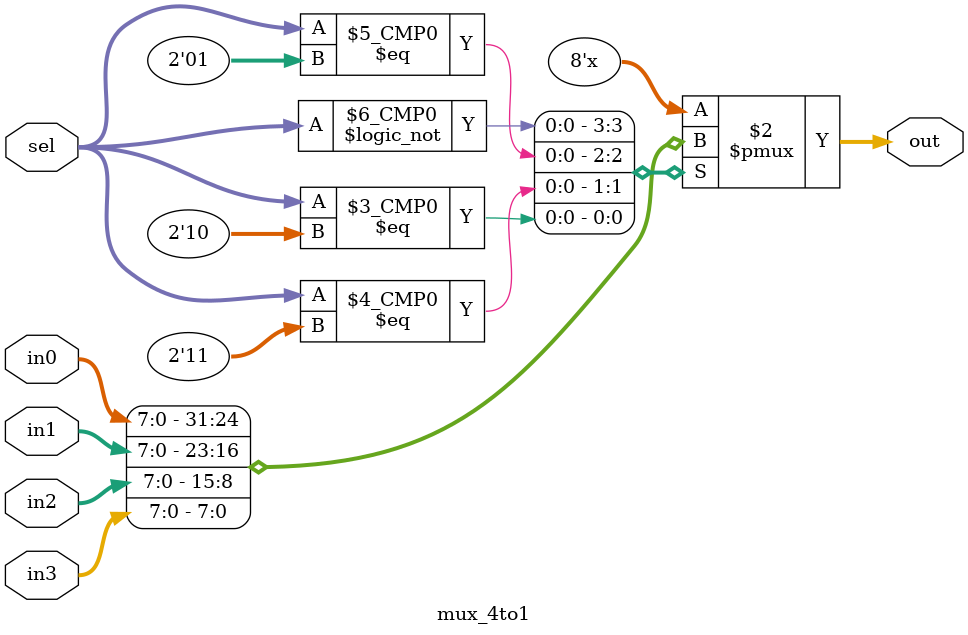
<source format=sv>
module mux_4to1 #(parameter N=8)(
  input [N-1:0] in0,        // Linie danych wejściowych N-bitowych
  input [N-1:0] in1,
  input [N-1:0] in2,
  input [N-1:0] in3,
  input [1:0] sel,          // Linie selekcji w kodzie Graya (2-bitowy)
  output logic [N-1:0] out    // Linia danych wyjściowych N-bitowa
);

  always_comb begin
    case(sel)
      2'b00: out = in0;
      2'b01: out = in1;
      2'b11: out = in2;
      2'b10: out = in3;
    endcase
  end

endmodule

</source>
